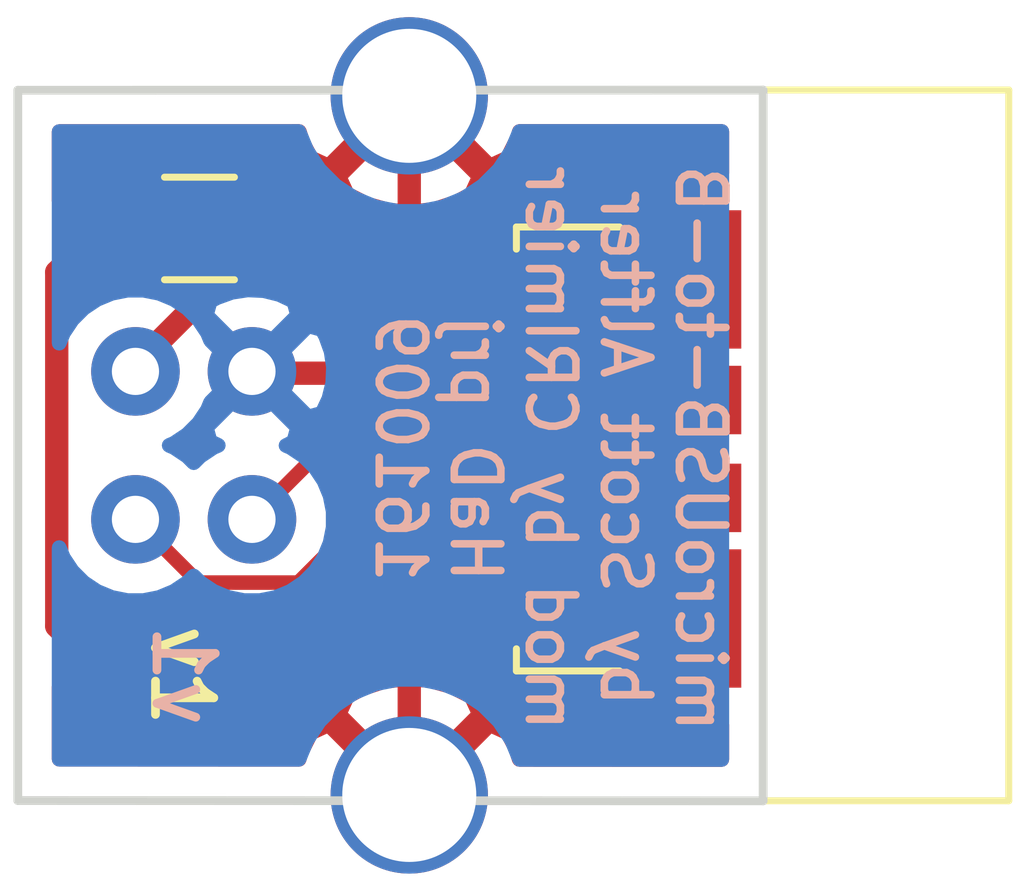
<source format=kicad_pcb>
(kicad_pcb (version 20171130) (host pcbnew 5.1.5+dfsg1-2build2)

  (general
    (thickness 1.6)
    (drawings 7)
    (tracks 26)
    (zones 0)
    (modules 3)
    (nets 8)
  )

  (page USLetter)
  (title_block
    (title "USB Micro-B to B PCB Adapter")
    (date 2018-07-16)
    (company "Scott Alfter")
  )

  (layers
    (0 F.Cu signal)
    (31 B.Cu signal)
    (32 B.Adhes user)
    (33 F.Adhes user)
    (34 B.Paste user)
    (35 F.Paste user)
    (36 B.SilkS user)
    (37 F.SilkS user)
    (38 B.Mask user)
    (39 F.Mask user)
    (40 Dwgs.User user hide)
    (41 Cmts.User user)
    (42 Eco1.User user)
    (43 Eco2.User user)
    (44 Edge.Cuts user)
    (45 Margin user)
    (46 B.CrtYd user hide)
    (47 F.CrtYd user hide)
    (48 B.Fab user hide)
    (49 F.Fab user hide)
  )

  (setup
    (last_trace_width 0.4)
    (user_trace_width 0.4)
    (trace_clearance 0.2)
    (zone_clearance 0.508)
    (zone_45_only no)
    (trace_min 0.2)
    (via_size 0.6)
    (via_drill 0.4)
    (via_min_size 0.4)
    (via_min_drill 0.3)
    (uvia_size 0.3)
    (uvia_drill 0.1)
    (uvias_allowed no)
    (uvia_min_size 0.2)
    (uvia_min_drill 0.1)
    (edge_width 0.15)
    (segment_width 0.2)
    (pcb_text_width 0.3)
    (pcb_text_size 1.5 1.5)
    (mod_edge_width 0.15)
    (mod_text_size 1 1)
    (mod_text_width 0.15)
    (pad_size 1.524 1.524)
    (pad_drill 0.762)
    (pad_to_mask_clearance 0.2)
    (aux_axis_origin 159.275 100.175)
    (visible_elements FFFFFF7F)
    (pcbplotparams
      (layerselection 0x010fc_ffffffff)
      (usegerberextensions true)
      (usegerberattributes false)
      (usegerberadvancedattributes false)
      (creategerberjobfile false)
      (excludeedgelayer false)
      (linewidth 0.100000)
      (plotframeref false)
      (viasonmask false)
      (mode 1)
      (useauxorigin true)
      (hpglpennumber 1)
      (hpglpenspeed 20)
      (hpglpendiameter 15.000000)
      (psnegative false)
      (psa4output false)
      (plotreference false)
      (plotvalue false)
      (plotinvisibletext false)
      (padsonsilk false)
      (subtractmaskfromsilk true)
      (outputformat 1)
      (mirror false)
      (drillshape 0)
      (scaleselection 1)
      (outputdirectory "gerbers/"))
  )

  (net 0 "")
  (net 1 "Net-(J1-Pad2)")
  (net 2 "Net-(J1-Pad1)")
  (net 3 "Net-(J1-Pad3)")
  (net 4 "Net-(J1-Pad5)")
  (net 5 "Net-(J2-Pad1)")
  (net 6 "Net-(J2-Pad4)")
  (net 7 /GND)

  (net_class Default "This is the default net class."
    (clearance 0.2)
    (trace_width 0.25)
    (via_dia 0.6)
    (via_drill 0.4)
    (uvia_dia 0.3)
    (uvia_drill 0.1)
    (add_net /GND)
    (add_net "Net-(J1-Pad1)")
    (add_net "Net-(J1-Pad2)")
    (add_net "Net-(J1-Pad3)")
    (add_net "Net-(J1-Pad5)")
    (add_net "Net-(J2-Pad1)")
    (add_net "Net-(J2-Pad4)")
  )

  (module Connectors_USB:USB_Micro-B_Molex_47346-0001 (layer F.Cu) (tedit 5B4D62D6) (tstamp 5B4FBD36)
    (at 157.95 106.335 90)
    (descr "Micro USB B receptable with flange, bottom-mount, SMD, right-angle (http://www.molex.com/pdm_docs/sd/473460001_sd.pdf)")
    (tags "Micro B USB SMD")
    (path /5B4D53FF)
    (attr smd)
    (fp_text reference J2 (at 3.937 -4.826) (layer F.SilkS) hide
      (effects (font (size 1 1) (thickness 0.15)))
    )
    (fp_text value USB_OTG (at -5.207 -2.286) (layer F.Fab)
      (effects (font (size 1 1) (thickness 0.15)))
    )
    (fp_text user "PCB Edge" (at 0 1.47 270) (layer Dwgs.User)
      (effects (font (size 0.4 0.4) (thickness 0.04)))
    )
    (fp_text user %R (at 0 0 90) (layer F.Fab)
      (effects (font (size 1 1) (thickness 0.15)))
    )
    (fp_line (start 3.81 -2.91) (end 3.43 -2.91) (layer F.SilkS) (width 0.12))
    (fp_line (start 4.6 2.7) (end -4.6 2.7) (layer F.CrtYd) (width 0.05))
    (fp_line (start 4.6 -3.9) (end 4.6 2.7) (layer F.CrtYd) (width 0.05))
    (fp_line (start -4.6 -3.9) (end 4.6 -3.9) (layer F.CrtYd) (width 0.05))
    (fp_line (start -4.6 2.7) (end -4.6 -3.9) (layer F.CrtYd) (width 0.05))
    (fp_line (start 3.75 2.15) (end -3.75 2.15) (layer F.Fab) (width 0.1))
    (fp_line (start 3.75 -2.85) (end 3.75 2.15) (layer F.Fab) (width 0.1))
    (fp_line (start -3.75 -2.85) (end 3.75 -2.85) (layer F.Fab) (width 0.1))
    (fp_line (start -3.75 2.15) (end -3.75 -2.85) (layer F.Fab) (width 0.1))
    (fp_line (start 3.81 -2.91) (end 3.81 -1.14) (layer F.SilkS) (width 0.12))
    (fp_line (start -3.81 -2.91) (end -3.43 -2.91) (layer F.SilkS) (width 0.12))
    (fp_line (start -3.81 -1.14) (end -3.81 -2.91) (layer F.SilkS) (width 0.12))
    (fp_line (start -3.25 1.45) (end 3.25 1.45) (layer F.Fab) (width 0.1))
    (pad 1 smd rect (at -1.3 -2.66 90) (size 0.45 1.38) (layers F.Cu F.Paste F.Mask)
      (net 5 "Net-(J2-Pad1)"))
    (pad 2 smd rect (at -0.65 -2.66 90) (size 0.45 1.38) (layers F.Cu F.Paste F.Mask)
      (net 1 "Net-(J1-Pad2)"))
    (pad 3 smd rect (at 0 -2.66 90) (size 0.45 1.38) (layers F.Cu F.Paste F.Mask)
      (net 3 "Net-(J1-Pad3)"))
    (pad 4 smd rect (at 0.65 -2.66 90) (size 0.45 1.38) (layers F.Cu F.Paste F.Mask)
      (net 6 "Net-(J2-Pad4)"))
    (pad 5 smd rect (at 1.3 -2.66 90) (size 0.45 1.38) (layers F.Cu F.Paste F.Mask)
      (net 7 /GND))
    (pad 6 smd rect (at -2.4625 -2.3 90) (size 1.475 2.1) (layers F.Cu F.Paste F.Mask)
      (net 4 "Net-(J1-Pad5)"))
    (pad 6 smd rect (at 2.4625 -2.3 90) (size 1.475 2.1) (layers F.Cu F.Paste F.Mask)
      (net 4 "Net-(J1-Pad5)"))
    (pad 6 smd rect (at -2.91 0 90) (size 2.375 1.9) (layers F.Cu F.Paste F.Mask)
      (net 4 "Net-(J1-Pad5)"))
    (pad 6 smd rect (at 2.91 0 90) (size 2.375 1.9) (layers F.Cu F.Paste F.Mask)
      (net 4 "Net-(J1-Pad5)"))
    (pad 6 smd rect (at -0.84 0 90) (size 1.175 1.9) (layers F.Cu F.Paste F.Mask)
      (net 4 "Net-(J1-Pad5)"))
    (pad 6 smd rect (at 0.84 0 90) (size 1.175 1.9) (layers F.Cu F.Paste F.Mask)
      (net 4 "Net-(J1-Pad5)"))
    (model ${KISYS3DMOD}/Connector_USB.3dshapes/USB_Micro-B_Molex_47346-0001.wrl
      (offset (xyz 0 1.2 0))
      (scale (xyz 1 1 1))
      (rotate (xyz 0 0 0))
    )
  )

  (module Connectors:USB_B (layer F.Cu) (tedit 5B4D614F) (tstamp 5B4FBD16)
    (at 148.5011 105.0036)
    (descr "USB B connector")
    (tags "USB_B USB_DEV")
    (path /5B4D53C2)
    (fp_text reference J1 (at -0.1651 4.4704 180) (layer F.SilkS) hide
      (effects (font (size 1 1) (thickness 0.15)))
    )
    (fp_text value USB_B (at 1.1049 -1.8796 180) (layer F.Fab)
      (effects (font (size 1 1) (thickness 0.15)))
    )
    (fp_line (start 15.25 8.9) (end -2.3 8.9) (layer F.CrtYd) (width 0.05))
    (fp_line (start -2.3 8.9) (end -2.3 -6.35) (layer F.CrtYd) (width 0.05))
    (fp_line (start -2.3 -6.35) (end 15.25 -6.35) (layer F.CrtYd) (width 0.05))
    (fp_line (start 15.25 -6.35) (end 15.25 8.9) (layer F.CrtYd) (width 0.05))
    (fp_line (start 6.35 7.37) (end 14.99 7.37) (layer F.SilkS) (width 0.12))
    (fp_line (start -2.03 7.37) (end 3.05 7.37) (layer F.SilkS) (width 0.12))
    (fp_line (start 6.35 -4.83) (end 14.99 -4.83) (layer F.SilkS) (width 0.12))
    (fp_line (start -2.03 -4.83) (end 3.05 -4.83) (layer F.SilkS) (width 0.12))
    (fp_line (start 14.99 -4.83) (end 14.99 7.37) (layer F.SilkS) (width 0.12))
    (fp_line (start -2.03 7.37) (end -2.03 -4.83) (layer F.SilkS) (width 0.12))
    (pad 2 thru_hole circle (at 0 2.54 270) (size 1.52 1.52) (drill 0.81) (layers *.Cu *.Mask)
      (net 1 "Net-(J1-Pad2)"))
    (pad 1 thru_hole circle (at 0 0 270) (size 1.52 1.52) (drill 0.81) (layers *.Cu *.Mask)
      (net 2 "Net-(J1-Pad1)"))
    (pad 4 thru_hole circle (at 2 0 270) (size 1.52 1.52) (drill 0.81) (layers *.Cu *.Mask)
      (net 7 /GND))
    (pad 3 thru_hole circle (at 2 2.54 270) (size 1.52 1.52) (drill 0.81) (layers *.Cu *.Mask)
      (net 3 "Net-(J1-Pad3)"))
    (pad 5 thru_hole circle (at 4.7 7.27 270) (size 2.7 2.7) (drill 2.3) (layers *.Cu *.Mask)
      (net 4 "Net-(J1-Pad5)"))
    (pad 5 thru_hole circle (at 4.7 -4.73 270) (size 2.7 2.7) (drill 2.3) (layers *.Cu *.Mask)
      (net 4 "Net-(J1-Pad5)"))
  )

  (module Resistors_SMD:R_0805 (layer F.Cu) (tedit 5B4D61CF) (tstamp 5B4FBD47)
    (at 149.6 102.55 180)
    (descr "Resistor SMD 0805, reflow soldering, Vishay (see dcrcw.pdf)")
    (tags "resistor 0805")
    (path /5B4D54EA)
    (attr smd)
    (fp_text reference JP1 (at -2.286 0 90) (layer F.SilkS) hide
      (effects (font (size 1 1) (thickness 0.15)))
    )
    (fp_text value Jumper (at 2.286 0 90) (layer F.SilkS) hide
      (effects (font (size 1 1) (thickness 0.15)))
    )
    (fp_text user %R (at 0 0 180) (layer F.Fab)
      (effects (font (size 0.5 0.5) (thickness 0.075)))
    )
    (fp_line (start -1 0.62) (end -1 -0.62) (layer F.Fab) (width 0.1))
    (fp_line (start 1 0.62) (end -1 0.62) (layer F.Fab) (width 0.1))
    (fp_line (start 1 -0.62) (end 1 0.62) (layer F.Fab) (width 0.1))
    (fp_line (start -1 -0.62) (end 1 -0.62) (layer F.Fab) (width 0.1))
    (fp_line (start 0.6 0.88) (end -0.6 0.88) (layer F.SilkS) (width 0.12))
    (fp_line (start -0.6 -0.88) (end 0.6 -0.88) (layer F.SilkS) (width 0.12))
    (fp_line (start -1.55 -0.9) (end 1.55 -0.9) (layer F.CrtYd) (width 0.05))
    (fp_line (start -1.55 -0.9) (end -1.55 0.9) (layer F.CrtYd) (width 0.05))
    (fp_line (start 1.55 0.9) (end 1.55 -0.9) (layer F.CrtYd) (width 0.05))
    (fp_line (start 1.55 0.9) (end -1.55 0.9) (layer F.CrtYd) (width 0.05))
    (pad 1 smd rect (at -0.95 0 180) (size 0.7 1.3) (layers F.Cu F.Paste F.Mask)
      (net 2 "Net-(J1-Pad1)"))
    (pad 2 smd rect (at 0.95 0 180) (size 0.7 1.3) (layers F.Cu F.Paste F.Mask)
      (net 5 "Net-(J2-Pad1)"))
    (model ${KISYS3DMOD}/Resistor_SMD.3dshapes/R_0805_2012Metric.wrl
      (at (xyz 0 0 0))
      (scale (xyz 1 1 1))
      (rotate (xyz 0 0 0))
    )
  )

  (gr_text v1 (at 149.3 110.225 270) (layer F.SilkS) (tstamp 61853582)
    (effects (font (size 1 1) (thickness 0.15)))
  )
  (gr_text v1 (at 149.325 110.225 270) (layer B.SilkS)
    (effects (font (size 1 1) (thickness 0.15)) (justify mirror))
  )
  (gr_text "microUSB-to-B\nby Scott Alfter\nmod by CRImier\nHaD prj\n161009" (at 155.625 106.325 270) (layer B.SilkS)
    (effects (font (size 0.8 0.8) (thickness 0.13)) (justify mirror))
  )
  (gr_line (start 146.4818 112.3696) (end 146.4818 100.1776) (angle 90) (layer Edge.Cuts) (width 0.15))
  (gr_line (start 159.275 112.375) (end 146.4818 112.3696) (angle 90) (layer Edge.Cuts) (width 0.15))
  (gr_line (start 159.275 100.175) (end 159.275 112.375) (angle 90) (layer Edge.Cuts) (width 0.15))
  (gr_line (start 146.4818 100.1776) (end 159.275 100.175) (angle 90) (layer Edge.Cuts) (width 0.15))

  (segment (start 149.586101 108.628601) (end 151.296399 108.628601) (width 0.25) (layer F.Cu) (net 1))
  (segment (start 148.5011 107.5436) (end 149.586101 108.628601) (width 0.25) (layer F.Cu) (net 1))
  (segment (start 152.94 106.985) (end 155.29 106.985) (width 0.25) (layer F.Cu) (net 1))
  (segment (start 151.296399 108.628601) (end 152.94 106.985) (width 0.25) (layer F.Cu) (net 1))
  (segment (start 150.55 102.85) (end 150.55 102.55) (width 0.4) (layer F.Cu) (net 2))
  (segment (start 148.5011 104.8989) (end 150.55 102.85) (width 0.4) (layer F.Cu) (net 2))
  (segment (start 148.5011 105.0036) (end 148.5011 104.8989) (width 0.4) (layer F.Cu) (net 2))
  (segment (start 150.5325 105.035) (end 150.5011 105.0036) (width 0.4) (layer F.Cu) (net 7))
  (segment (start 155.29 105.035) (end 150.5325 105.035) (width 0.4) (layer F.Cu) (net 7))
  (segment (start 151.7097 106.335) (end 150.5011 107.5436) (width 0.25) (layer F.Cu) (net 3))
  (segment (start 155.29 106.335) (end 151.7097 106.335) (width 0.25) (layer F.Cu) (net 3))
  (segment (start 153.2011 111.897427) (end 153.201258 111.897427) (width 0.4) (layer F.Cu) (net 4))
  (segment (start 153.2011 109.7964) (end 153.2011 111.897427) (width 0.4) (layer F.Cu) (net 4))
  (segment (start 154.2 108.7975) (end 153.2011 109.7964) (width 0.4) (layer F.Cu) (net 4))
  (segment (start 155.65 108.7975) (end 154.2 108.7975) (width 0.4) (layer F.Cu) (net 4))
  (segment (start 153.2011 100.651243) (end 153.201177 100.651243) (width 0.4) (layer F.Cu) (net 4))
  (segment (start 154.2 103.8725) (end 153.2011 102.8736) (width 0.4) (layer F.Cu) (net 4))
  (segment (start 153.2011 102.8736) (end 153.2011 100.651243) (width 0.4) (layer F.Cu) (net 4))
  (segment (start 155.65 103.8725) (end 154.2 103.8725) (width 0.4) (layer F.Cu) (net 4))
  (segment (start 153.74 107.635) (end 155.29 107.635) (width 0.4) (layer F.Cu) (net 5))
  (segment (start 147.15 109.375) (end 147.375 109.6) (width 0.4) (layer F.Cu) (net 5))
  (segment (start 151.775 109.6) (end 153.74 107.635) (width 0.4) (layer F.Cu) (net 5))
  (segment (start 147.15 103.3) (end 147.15 109.375) (width 0.4) (layer F.Cu) (net 5))
  (segment (start 147.375 109.6) (end 151.775 109.6) (width 0.4) (layer F.Cu) (net 5))
  (segment (start 147.9 102.55) (end 147.15 103.3) (width 0.4) (layer F.Cu) (net 5))
  (segment (start 148.65 102.55) (end 147.9 102.55) (width 0.4) (layer F.Cu) (net 5))

  (zone (net 4) (net_name "Net-(J1-Pad5)") (layer F.Cu) (tstamp 618535AB) (hatch edge 0.508)
    (connect_pads (clearance 0.508))
    (min_thickness 0.254)
    (fill yes (arc_segments 16) (thermal_gap 0.508) (thermal_bridge_width 0.508))
    (polygon
      (pts
        (xy 163.322 112.268) (xy 146.685 112.268) (xy 146.685 100.33) (xy 163.322 100.33)
      )
    )
    (filled_polygon
      (pts
        (xy 158.565 101.600977) (xy 158.23575 101.6025) (xy 158.077 101.76125) (xy 158.077 103.298) (xy 158.097 103.298)
        (xy 158.097 103.552) (xy 158.077 103.552) (xy 158.077 105.368) (xy 158.097 105.368) (xy 158.097 105.622)
        (xy 158.077 105.622) (xy 158.077 107.048) (xy 158.097 107.048) (xy 158.097 107.302) (xy 158.077 107.302)
        (xy 158.077 109.118) (xy 158.097 109.118) (xy 158.097 109.372) (xy 158.077 109.372) (xy 158.077 110.90875)
        (xy 158.23575 111.0675) (xy 158.565001 111.069023) (xy 158.565001 111.6647) (xy 155.089974 111.663234) (xy 155.024668 111.465484)
        (xy 154.886144 111.206324) (xy 154.585938 111.068367) (xy 153.991535 111.66277) (xy 153.632476 111.662619) (xy 154.406333 110.888762)
        (xy 154.268376 110.588556) (xy 153.919133 110.412718) (xy 153.542296 110.308393) (xy 153.152347 110.279591) (xy 152.764272 110.327416)
        (xy 152.392984 110.450032) (xy 152.133824 110.588556) (xy 151.995867 110.888762) (xy 152.769359 111.662254) (xy 152.409998 111.662103)
        (xy 151.816262 111.068367) (xy 151.516056 111.206324) (xy 151.340218 111.555567) (xy 151.310853 111.661639) (xy 147.1918 111.6599)
        (xy 147.1918 110.416999) (xy 147.211311 110.422918) (xy 147.374999 110.43904) (xy 147.416018 110.435) (xy 151.733982 110.435)
        (xy 151.775 110.43904) (xy 151.816018 110.435) (xy 151.816019 110.435) (xy 151.938689 110.422918) (xy 152.096087 110.375172)
        (xy 152.241146 110.297636) (xy 152.368291 110.193291) (xy 152.394446 110.161421) (xy 153.020867 109.535) (xy 153.961928 109.535)
        (xy 153.974188 109.659482) (xy 154.010498 109.77918) (xy 154.069463 109.889494) (xy 154.148815 109.986185) (xy 154.245506 110.065537)
        (xy 154.35582 110.124502) (xy 154.475518 110.160812) (xy 154.6 110.173072) (xy 155.36425 110.17) (xy 155.523 110.01125)
        (xy 155.523 108.9245) (xy 154.12375 108.9245) (xy 153.965 109.08325) (xy 153.961928 109.535) (xy 153.020867 109.535)
        (xy 154.004559 108.551309) (xy 154.12375 108.6705) (xy 155.523 108.6705) (xy 155.523 108.6505) (xy 155.777 108.6505)
        (xy 155.777 108.6705) (xy 155.797 108.6705) (xy 155.797 108.9245) (xy 155.777 108.9245) (xy 155.777 110.01125)
        (xy 155.93575 110.17) (xy 156.362816 110.171717) (xy 156.361928 110.4325) (xy 156.374188 110.556982) (xy 156.410498 110.67668)
        (xy 156.469463 110.786994) (xy 156.548815 110.883685) (xy 156.645506 110.963037) (xy 156.75582 111.022002) (xy 156.875518 111.058312)
        (xy 157 111.070572) (xy 157.66425 111.0675) (xy 157.823 110.90875) (xy 157.823 109.372) (xy 157.803 109.372)
        (xy 157.803 109.118) (xy 157.823 109.118) (xy 157.823 107.302) (xy 157.803 107.302) (xy 157.803 107.048)
        (xy 157.823 107.048) (xy 157.823 105.622) (xy 157.803 105.622) (xy 157.803 105.368) (xy 157.823 105.368)
        (xy 157.823 103.552) (xy 157.803 103.552) (xy 157.803 103.298) (xy 157.823 103.298) (xy 157.823 101.76125)
        (xy 157.66425 101.6025) (xy 157 101.599428) (xy 156.875518 101.611688) (xy 156.75582 101.647998) (xy 156.645506 101.706963)
        (xy 156.548815 101.786315) (xy 156.469463 101.883006) (xy 156.410498 101.99332) (xy 156.374188 102.113018) (xy 156.361928 102.2375)
        (xy 156.362816 102.498283) (xy 155.93575 102.5) (xy 155.777 102.65875) (xy 155.777 103.7455) (xy 155.797 103.7455)
        (xy 155.797 103.9995) (xy 155.777 103.9995) (xy 155.777 104.0195) (xy 155.523 104.0195) (xy 155.523 103.9995)
        (xy 154.12375 103.9995) (xy 153.965 104.15825) (xy 153.964716 104.2) (xy 151.641904 104.2) (xy 151.584667 104.114339)
        (xy 151.390361 103.920033) (xy 151.172418 103.774408) (xy 151.254494 103.730537) (xy 151.351185 103.651185) (xy 151.430537 103.554494)
        (xy 151.489502 103.44418) (xy 151.525812 103.324482) (xy 151.538072 103.2) (xy 151.538072 103.135) (xy 153.961928 103.135)
        (xy 153.965 103.58675) (xy 154.12375 103.7455) (xy 155.523 103.7455) (xy 155.523 102.65875) (xy 155.36425 102.5)
        (xy 154.6 102.496928) (xy 154.475518 102.509188) (xy 154.35582 102.545498) (xy 154.245506 102.604463) (xy 154.148815 102.683815)
        (xy 154.069463 102.780506) (xy 154.010498 102.89082) (xy 153.974188 103.010518) (xy 153.961928 103.135) (xy 151.538072 103.135)
        (xy 151.538072 101.9) (xy 151.525812 101.775518) (xy 151.489502 101.65582) (xy 151.430537 101.545506) (xy 151.351185 101.448815)
        (xy 151.254494 101.369463) (xy 151.14418 101.310498) (xy 151.024482 101.274188) (xy 150.9 101.261928) (xy 150.2 101.261928)
        (xy 150.075518 101.274188) (xy 149.95582 101.310498) (xy 149.845506 101.369463) (xy 149.748815 101.448815) (xy 149.669463 101.545506)
        (xy 149.610498 101.65582) (xy 149.6 101.690427) (xy 149.589502 101.65582) (xy 149.530537 101.545506) (xy 149.451185 101.448815)
        (xy 149.354494 101.369463) (xy 149.24418 101.310498) (xy 149.124482 101.274188) (xy 149 101.261928) (xy 148.3 101.261928)
        (xy 148.175518 101.274188) (xy 148.05582 101.310498) (xy 147.945506 101.369463) (xy 147.848815 101.448815) (xy 147.769463 101.545506)
        (xy 147.710498 101.65582) (xy 147.684074 101.742928) (xy 147.578913 101.774828) (xy 147.433854 101.852364) (xy 147.306709 101.956709)
        (xy 147.280558 101.988574) (xy 147.1918 102.077332) (xy 147.1918 100.887456) (xy 151.313102 100.886618) (xy 151.377532 101.081716)
        (xy 151.516056 101.340876) (xy 151.816262 101.478833) (xy 152.4087 100.886395) (xy 152.767983 100.886322) (xy 151.995867 101.658438)
        (xy 152.133824 101.958644) (xy 152.483067 102.134482) (xy 152.859904 102.238807) (xy 153.249853 102.267609) (xy 153.637928 102.219784)
        (xy 154.009216 102.097168) (xy 154.268376 101.958644) (xy 154.406333 101.658438) (xy 153.634041 100.886146) (xy 153.993178 100.886073)
        (xy 154.585938 101.478833) (xy 154.886144 101.340876) (xy 155.061982 100.991633) (xy 155.091267 100.88585) (xy 158.565 100.885143)
      )
    )
  )
  (zone (net 7) (net_name /GND) (layer B.Cu) (tstamp 618535A8) (hatch edge 0.508)
    (connect_pads (clearance 0.508))
    (min_thickness 0.254)
    (fill yes (arc_segments 16) (thermal_gap 0.508) (thermal_bridge_width 0.508))
    (polygon
      (pts
        (xy 163.322 112.268) (xy 146.685 112.268) (xy 146.685 100.33) (xy 163.322 100.33)
      )
    )
    (filled_polygon
      (pts
        (xy 158.565001 111.6647) (xy 155.096828 111.663237) (xy 154.960185 111.33335) (xy 154.742951 111.008236) (xy 154.466464 110.731749)
        (xy 154.14135 110.514515) (xy 153.780103 110.364882) (xy 153.396605 110.2886) (xy 153.005595 110.2886) (xy 152.622097 110.364882)
        (xy 152.26085 110.514515) (xy 151.935736 110.731749) (xy 151.659249 111.008236) (xy 151.442015 111.33335) (xy 151.306035 111.661637)
        (xy 147.1918 111.6599) (xy 147.1918 108.027981) (xy 147.264867 108.20438) (xy 147.417533 108.432861) (xy 147.611839 108.627167)
        (xy 147.84032 108.779833) (xy 148.094193 108.884991) (xy 148.363704 108.9386) (xy 148.638496 108.9386) (xy 148.908007 108.884991)
        (xy 149.16188 108.779833) (xy 149.390361 108.627167) (xy 149.5011 108.516428) (xy 149.611839 108.627167) (xy 149.84032 108.779833)
        (xy 150.094193 108.884991) (xy 150.363704 108.9386) (xy 150.638496 108.9386) (xy 150.908007 108.884991) (xy 151.16188 108.779833)
        (xy 151.390361 108.627167) (xy 151.584667 108.432861) (xy 151.737333 108.20438) (xy 151.842491 107.950507) (xy 151.8961 107.680996)
        (xy 151.8961 107.406204) (xy 151.842491 107.136693) (xy 151.737333 106.88282) (xy 151.584667 106.654339) (xy 151.390361 106.460033)
        (xy 151.16188 106.307367) (xy 151.085599 106.27577) (xy 151.103426 106.269344) (xy 151.218894 106.207625) (xy 151.285631 105.967737)
        (xy 150.5011 105.183205) (xy 149.716569 105.967737) (xy 149.783306 106.207625) (xy 149.922807 106.2732) (xy 149.84032 106.307367)
        (xy 149.611839 106.460033) (xy 149.5011 106.570772) (xy 149.390361 106.460033) (xy 149.16188 106.307367) (xy 149.08036 106.2736)
        (xy 149.16188 106.239833) (xy 149.390361 106.087167) (xy 149.584667 105.892861) (xy 149.737333 105.66438) (xy 149.791511 105.533583)
        (xy 150.321495 105.0036) (xy 150.680705 105.0036) (xy 151.465237 105.788131) (xy 151.705125 105.721394) (xy 151.822024 105.472708)
        (xy 151.888161 105.205994) (xy 151.900995 104.931503) (xy 151.860031 104.659783) (xy 151.766844 104.401274) (xy 151.705125 104.285806)
        (xy 151.465237 104.219069) (xy 150.680705 105.0036) (xy 150.321495 105.0036) (xy 149.791511 104.473617) (xy 149.737333 104.34282)
        (xy 149.584667 104.114339) (xy 149.509791 104.039463) (xy 149.716569 104.039463) (xy 150.5011 104.823995) (xy 151.285631 104.039463)
        (xy 151.218894 103.799575) (xy 150.970208 103.682676) (xy 150.703494 103.616539) (xy 150.429003 103.603705) (xy 150.157283 103.644669)
        (xy 149.898774 103.737856) (xy 149.783306 103.799575) (xy 149.716569 104.039463) (xy 149.509791 104.039463) (xy 149.390361 103.920033)
        (xy 149.16188 103.767367) (xy 148.908007 103.662209) (xy 148.638496 103.6086) (xy 148.363704 103.6086) (xy 148.094193 103.662209)
        (xy 147.84032 103.767367) (xy 147.611839 103.920033) (xy 147.417533 104.114339) (xy 147.264867 104.34282) (xy 147.1918 104.519219)
        (xy 147.1918 100.887456) (xy 151.306472 100.886619) (xy 151.442015 101.21385) (xy 151.659249 101.538964) (xy 151.935736 101.815451)
        (xy 152.26085 102.032685) (xy 152.622097 102.182318) (xy 153.005595 102.2586) (xy 153.396605 102.2586) (xy 153.780103 102.182318)
        (xy 154.14135 102.032685) (xy 154.466464 101.815451) (xy 154.742951 101.538964) (xy 154.960185 101.21385) (xy 155.096047 100.885849)
        (xy 158.565 100.885143)
      )
    )
  )
)

</source>
